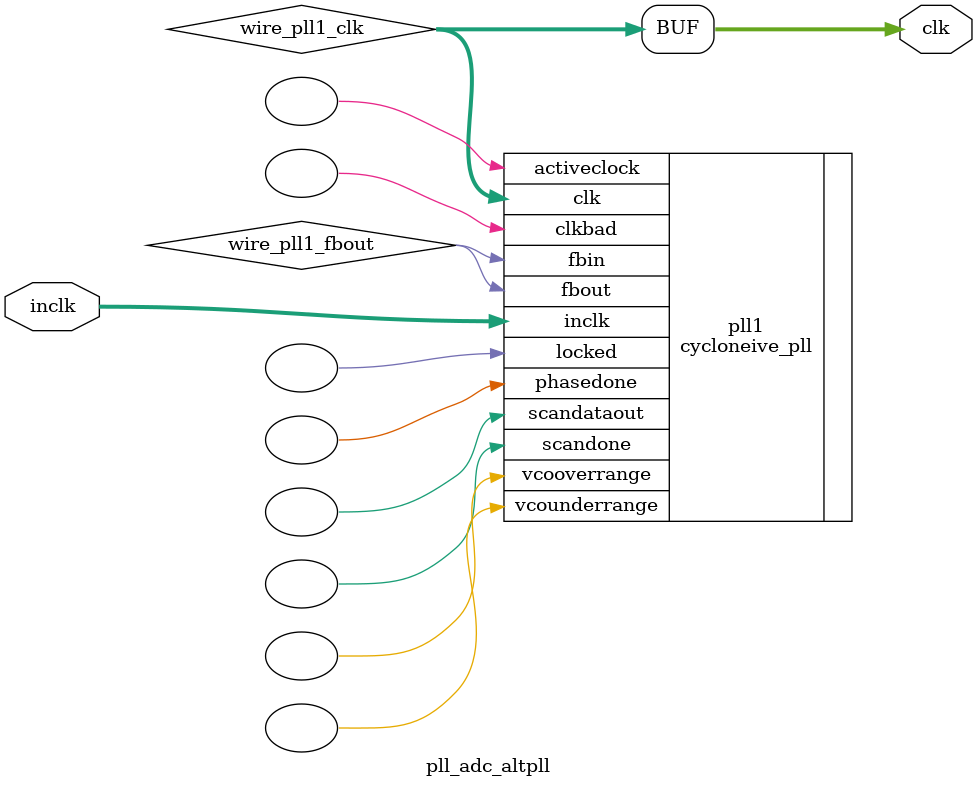
<source format=v>






//synthesis_resources = cycloneive_pll 1 
//synopsys translate_off
`timescale 1 ps / 1 ps
//synopsys translate_on
module  pll_adc_altpll
	( 
	clk,
	inclk) /* synthesis synthesis_clearbox=1 */;
	output   [4:0]  clk;
	input   [1:0]  inclk;
`ifndef ALTERA_RESERVED_QIS
// synopsys translate_off
`endif
	tri0   [1:0]  inclk;
`ifndef ALTERA_RESERVED_QIS
// synopsys translate_on
`endif

	wire  [4:0]   wire_pll1_clk;
	wire  wire_pll1_fbout;

	cycloneive_pll   pll1
	( 
	.activeclock(),
	.clk(wire_pll1_clk),
	.clkbad(),
	.fbin(wire_pll1_fbout),
	.fbout(wire_pll1_fbout),
	.inclk(inclk),
	.locked(),
	.phasedone(),
	.scandataout(),
	.scandone(),
	.vcooverrange(),
	.vcounderrange()
	`ifndef FORMAL_VERIFICATION
	// synopsys translate_off
	`endif
	,
	.areset(1'b0),
	.clkswitch(1'b0),
	.configupdate(1'b0),
	.pfdena(1'b1),
	.phasecounterselect({3{1'b0}}),
	.phasestep(1'b0),
	.phaseupdown(1'b0),
	.scanclk(1'b0),
	.scanclkena(1'b1),
	.scandata(1'b0)
	`ifndef FORMAL_VERIFICATION
	// synopsys translate_on
	`endif
	);
	defparam
		pll1.bandwidth_type = "auto",
		pll1.clk0_divide_by = 125,
		pll1.clk0_duty_cycle = 50,
		pll1.clk0_multiply_by = 8,
		pll1.clk0_phase_shift = "0",
		pll1.compensate_clock = "clk0",
		pll1.inclk0_input_frequency = 20000,
		pll1.operation_mode = "normal",
		pll1.pll_type = "auto",
		pll1.lpm_type = "cycloneive_pll";
	assign
		clk = {wire_pll1_clk[4:0]};
endmodule //pll_adc_altpll
//VALID FILE

</source>
